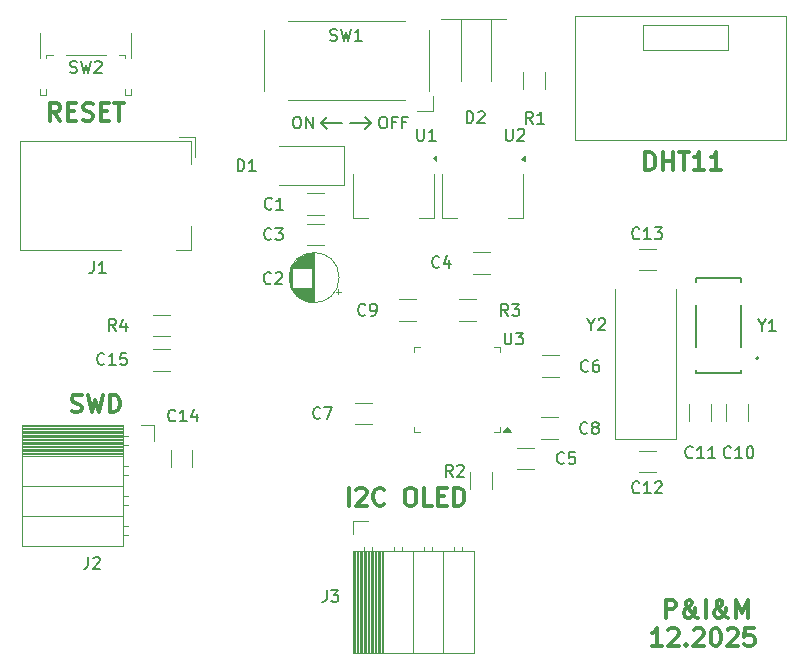
<source format=gbr>
%TF.GenerationSoftware,KiCad,Pcbnew,9.0.6*%
%TF.CreationDate,2026-01-14T13:32:50+01:00*%
%TF.ProjectId,DHT11 weather station,44485431-3120-4776-9561-746865722073,rev?*%
%TF.SameCoordinates,Original*%
%TF.FileFunction,Legend,Top*%
%TF.FilePolarity,Positive*%
%FSLAX46Y46*%
G04 Gerber Fmt 4.6, Leading zero omitted, Abs format (unit mm)*
G04 Created by KiCad (PCBNEW 9.0.6) date 2026-01-14 13:32:50*
%MOMM*%
%LPD*%
G01*
G04 APERTURE LIST*
%ADD10C,0.200000*%
%ADD11C,0.100000*%
%ADD12C,0.300000*%
%ADD13C,0.150000*%
%ADD14C,0.120000*%
%ADD15C,0.127000*%
G04 APERTURE END LIST*
D10*
X56200000Y-49900000D02*
X56700000Y-50400000D01*
D11*
X56200000Y-49900000D02*
X56700000Y-49400000D01*
D10*
X58000000Y-49900000D02*
X56200000Y-49900000D01*
X59950000Y-49400000D02*
X60450000Y-49900000D01*
X58650000Y-49900000D02*
X60450000Y-49900000D01*
X56700000Y-49400000D02*
X56200000Y-49900000D01*
X60450000Y-49900000D02*
X59950000Y-50400000D01*
X61360149Y-49367219D02*
X61550625Y-49367219D01*
X61550625Y-49367219D02*
X61645863Y-49414838D01*
X61645863Y-49414838D02*
X61741101Y-49510076D01*
X61741101Y-49510076D02*
X61788720Y-49700552D01*
X61788720Y-49700552D02*
X61788720Y-50033885D01*
X61788720Y-50033885D02*
X61741101Y-50224361D01*
X61741101Y-50224361D02*
X61645863Y-50319600D01*
X61645863Y-50319600D02*
X61550625Y-50367219D01*
X61550625Y-50367219D02*
X61360149Y-50367219D01*
X61360149Y-50367219D02*
X61264911Y-50319600D01*
X61264911Y-50319600D02*
X61169673Y-50224361D01*
X61169673Y-50224361D02*
X61122054Y-50033885D01*
X61122054Y-50033885D02*
X61122054Y-49700552D01*
X61122054Y-49700552D02*
X61169673Y-49510076D01*
X61169673Y-49510076D02*
X61264911Y-49414838D01*
X61264911Y-49414838D02*
X61360149Y-49367219D01*
X62550625Y-49843409D02*
X62217292Y-49843409D01*
X62217292Y-50367219D02*
X62217292Y-49367219D01*
X62217292Y-49367219D02*
X62693482Y-49367219D01*
X63407768Y-49843409D02*
X63074435Y-49843409D01*
X63074435Y-50367219D02*
X63074435Y-49367219D01*
X63074435Y-49367219D02*
X63550625Y-49367219D01*
D12*
X58554510Y-82300828D02*
X58554510Y-80800828D01*
X59197368Y-80943685D02*
X59268796Y-80872257D01*
X59268796Y-80872257D02*
X59411654Y-80800828D01*
X59411654Y-80800828D02*
X59768796Y-80800828D01*
X59768796Y-80800828D02*
X59911654Y-80872257D01*
X59911654Y-80872257D02*
X59983082Y-80943685D01*
X59983082Y-80943685D02*
X60054511Y-81086542D01*
X60054511Y-81086542D02*
X60054511Y-81229400D01*
X60054511Y-81229400D02*
X59983082Y-81443685D01*
X59983082Y-81443685D02*
X59125939Y-82300828D01*
X59125939Y-82300828D02*
X60054511Y-82300828D01*
X61554510Y-82157971D02*
X61483082Y-82229400D01*
X61483082Y-82229400D02*
X61268796Y-82300828D01*
X61268796Y-82300828D02*
X61125939Y-82300828D01*
X61125939Y-82300828D02*
X60911653Y-82229400D01*
X60911653Y-82229400D02*
X60768796Y-82086542D01*
X60768796Y-82086542D02*
X60697367Y-81943685D01*
X60697367Y-81943685D02*
X60625939Y-81657971D01*
X60625939Y-81657971D02*
X60625939Y-81443685D01*
X60625939Y-81443685D02*
X60697367Y-81157971D01*
X60697367Y-81157971D02*
X60768796Y-81015114D01*
X60768796Y-81015114D02*
X60911653Y-80872257D01*
X60911653Y-80872257D02*
X61125939Y-80800828D01*
X61125939Y-80800828D02*
X61268796Y-80800828D01*
X61268796Y-80800828D02*
X61483082Y-80872257D01*
X61483082Y-80872257D02*
X61554510Y-80943685D01*
X63625939Y-80800828D02*
X63911653Y-80800828D01*
X63911653Y-80800828D02*
X64054510Y-80872257D01*
X64054510Y-80872257D02*
X64197367Y-81015114D01*
X64197367Y-81015114D02*
X64268796Y-81300828D01*
X64268796Y-81300828D02*
X64268796Y-81800828D01*
X64268796Y-81800828D02*
X64197367Y-82086542D01*
X64197367Y-82086542D02*
X64054510Y-82229400D01*
X64054510Y-82229400D02*
X63911653Y-82300828D01*
X63911653Y-82300828D02*
X63625939Y-82300828D01*
X63625939Y-82300828D02*
X63483082Y-82229400D01*
X63483082Y-82229400D02*
X63340224Y-82086542D01*
X63340224Y-82086542D02*
X63268796Y-81800828D01*
X63268796Y-81800828D02*
X63268796Y-81300828D01*
X63268796Y-81300828D02*
X63340224Y-81015114D01*
X63340224Y-81015114D02*
X63483082Y-80872257D01*
X63483082Y-80872257D02*
X63625939Y-80800828D01*
X65625939Y-82300828D02*
X64911653Y-82300828D01*
X64911653Y-82300828D02*
X64911653Y-80800828D01*
X66125939Y-81515114D02*
X66625939Y-81515114D01*
X66840225Y-82300828D02*
X66125939Y-82300828D01*
X66125939Y-82300828D02*
X66125939Y-80800828D01*
X66125939Y-80800828D02*
X66840225Y-80800828D01*
X67483082Y-82300828D02*
X67483082Y-80800828D01*
X67483082Y-80800828D02*
X67840225Y-80800828D01*
X67840225Y-80800828D02*
X68054511Y-80872257D01*
X68054511Y-80872257D02*
X68197368Y-81015114D01*
X68197368Y-81015114D02*
X68268797Y-81157971D01*
X68268797Y-81157971D02*
X68340225Y-81443685D01*
X68340225Y-81443685D02*
X68340225Y-81657971D01*
X68340225Y-81657971D02*
X68268797Y-81943685D01*
X68268797Y-81943685D02*
X68197368Y-82086542D01*
X68197368Y-82086542D02*
X68054511Y-82229400D01*
X68054511Y-82229400D02*
X67840225Y-82300828D01*
X67840225Y-82300828D02*
X67483082Y-82300828D01*
X34111653Y-49700828D02*
X33611653Y-48986542D01*
X33254510Y-49700828D02*
X33254510Y-48200828D01*
X33254510Y-48200828D02*
X33825939Y-48200828D01*
X33825939Y-48200828D02*
X33968796Y-48272257D01*
X33968796Y-48272257D02*
X34040225Y-48343685D01*
X34040225Y-48343685D02*
X34111653Y-48486542D01*
X34111653Y-48486542D02*
X34111653Y-48700828D01*
X34111653Y-48700828D02*
X34040225Y-48843685D01*
X34040225Y-48843685D02*
X33968796Y-48915114D01*
X33968796Y-48915114D02*
X33825939Y-48986542D01*
X33825939Y-48986542D02*
X33254510Y-48986542D01*
X34754510Y-48915114D02*
X35254510Y-48915114D01*
X35468796Y-49700828D02*
X34754510Y-49700828D01*
X34754510Y-49700828D02*
X34754510Y-48200828D01*
X34754510Y-48200828D02*
X35468796Y-48200828D01*
X36040225Y-49629400D02*
X36254511Y-49700828D01*
X36254511Y-49700828D02*
X36611653Y-49700828D01*
X36611653Y-49700828D02*
X36754511Y-49629400D01*
X36754511Y-49629400D02*
X36825939Y-49557971D01*
X36825939Y-49557971D02*
X36897368Y-49415114D01*
X36897368Y-49415114D02*
X36897368Y-49272257D01*
X36897368Y-49272257D02*
X36825939Y-49129400D01*
X36825939Y-49129400D02*
X36754511Y-49057971D01*
X36754511Y-49057971D02*
X36611653Y-48986542D01*
X36611653Y-48986542D02*
X36325939Y-48915114D01*
X36325939Y-48915114D02*
X36183082Y-48843685D01*
X36183082Y-48843685D02*
X36111653Y-48772257D01*
X36111653Y-48772257D02*
X36040225Y-48629400D01*
X36040225Y-48629400D02*
X36040225Y-48486542D01*
X36040225Y-48486542D02*
X36111653Y-48343685D01*
X36111653Y-48343685D02*
X36183082Y-48272257D01*
X36183082Y-48272257D02*
X36325939Y-48200828D01*
X36325939Y-48200828D02*
X36683082Y-48200828D01*
X36683082Y-48200828D02*
X36897368Y-48272257D01*
X37540224Y-48915114D02*
X38040224Y-48915114D01*
X38254510Y-49700828D02*
X37540224Y-49700828D01*
X37540224Y-49700828D02*
X37540224Y-48200828D01*
X37540224Y-48200828D02*
X38254510Y-48200828D01*
X38683082Y-48200828D02*
X39540225Y-48200828D01*
X39111653Y-49700828D02*
X39111653Y-48200828D01*
X35083082Y-74329400D02*
X35297368Y-74400828D01*
X35297368Y-74400828D02*
X35654510Y-74400828D01*
X35654510Y-74400828D02*
X35797368Y-74329400D01*
X35797368Y-74329400D02*
X35868796Y-74257971D01*
X35868796Y-74257971D02*
X35940225Y-74115114D01*
X35940225Y-74115114D02*
X35940225Y-73972257D01*
X35940225Y-73972257D02*
X35868796Y-73829400D01*
X35868796Y-73829400D02*
X35797368Y-73757971D01*
X35797368Y-73757971D02*
X35654510Y-73686542D01*
X35654510Y-73686542D02*
X35368796Y-73615114D01*
X35368796Y-73615114D02*
X35225939Y-73543685D01*
X35225939Y-73543685D02*
X35154510Y-73472257D01*
X35154510Y-73472257D02*
X35083082Y-73329400D01*
X35083082Y-73329400D02*
X35083082Y-73186542D01*
X35083082Y-73186542D02*
X35154510Y-73043685D01*
X35154510Y-73043685D02*
X35225939Y-72972257D01*
X35225939Y-72972257D02*
X35368796Y-72900828D01*
X35368796Y-72900828D02*
X35725939Y-72900828D01*
X35725939Y-72900828D02*
X35940225Y-72972257D01*
X36440224Y-72900828D02*
X36797367Y-74400828D01*
X36797367Y-74400828D02*
X37083081Y-73329400D01*
X37083081Y-73329400D02*
X37368796Y-74400828D01*
X37368796Y-74400828D02*
X37725939Y-72900828D01*
X38297367Y-74400828D02*
X38297367Y-72900828D01*
X38297367Y-72900828D02*
X38654510Y-72900828D01*
X38654510Y-72900828D02*
X38868796Y-72972257D01*
X38868796Y-72972257D02*
X39011653Y-73115114D01*
X39011653Y-73115114D02*
X39083082Y-73257971D01*
X39083082Y-73257971D02*
X39154510Y-73543685D01*
X39154510Y-73543685D02*
X39154510Y-73757971D01*
X39154510Y-73757971D02*
X39083082Y-74043685D01*
X39083082Y-74043685D02*
X39011653Y-74186542D01*
X39011653Y-74186542D02*
X38868796Y-74329400D01*
X38868796Y-74329400D02*
X38654510Y-74400828D01*
X38654510Y-74400828D02*
X38297367Y-74400828D01*
X85397367Y-91785912D02*
X85397367Y-90285912D01*
X85397367Y-90285912D02*
X85968796Y-90285912D01*
X85968796Y-90285912D02*
X86111653Y-90357341D01*
X86111653Y-90357341D02*
X86183082Y-90428769D01*
X86183082Y-90428769D02*
X86254510Y-90571626D01*
X86254510Y-90571626D02*
X86254510Y-90785912D01*
X86254510Y-90785912D02*
X86183082Y-90928769D01*
X86183082Y-90928769D02*
X86111653Y-91000198D01*
X86111653Y-91000198D02*
X85968796Y-91071626D01*
X85968796Y-91071626D02*
X85397367Y-91071626D01*
X88111653Y-91785912D02*
X88040225Y-91785912D01*
X88040225Y-91785912D02*
X87897367Y-91714484D01*
X87897367Y-91714484D02*
X87683082Y-91500198D01*
X87683082Y-91500198D02*
X87325939Y-91071626D01*
X87325939Y-91071626D02*
X87183082Y-90857341D01*
X87183082Y-90857341D02*
X87111653Y-90643055D01*
X87111653Y-90643055D02*
X87111653Y-90500198D01*
X87111653Y-90500198D02*
X87183082Y-90357341D01*
X87183082Y-90357341D02*
X87325939Y-90285912D01*
X87325939Y-90285912D02*
X87397367Y-90285912D01*
X87397367Y-90285912D02*
X87540225Y-90357341D01*
X87540225Y-90357341D02*
X87611653Y-90500198D01*
X87611653Y-90500198D02*
X87611653Y-90571626D01*
X87611653Y-90571626D02*
X87540225Y-90714484D01*
X87540225Y-90714484D02*
X87468796Y-90785912D01*
X87468796Y-90785912D02*
X87040225Y-91071626D01*
X87040225Y-91071626D02*
X86968796Y-91143055D01*
X86968796Y-91143055D02*
X86897367Y-91285912D01*
X86897367Y-91285912D02*
X86897367Y-91500198D01*
X86897367Y-91500198D02*
X86968796Y-91643055D01*
X86968796Y-91643055D02*
X87040225Y-91714484D01*
X87040225Y-91714484D02*
X87183082Y-91785912D01*
X87183082Y-91785912D02*
X87397367Y-91785912D01*
X87397367Y-91785912D02*
X87540225Y-91714484D01*
X87540225Y-91714484D02*
X87611653Y-91643055D01*
X87611653Y-91643055D02*
X87825939Y-91357341D01*
X87825939Y-91357341D02*
X87897367Y-91143055D01*
X87897367Y-91143055D02*
X87897367Y-91000198D01*
X88754510Y-91785912D02*
X88754510Y-90285912D01*
X90683082Y-91785912D02*
X90611654Y-91785912D01*
X90611654Y-91785912D02*
X90468796Y-91714484D01*
X90468796Y-91714484D02*
X90254511Y-91500198D01*
X90254511Y-91500198D02*
X89897368Y-91071626D01*
X89897368Y-91071626D02*
X89754511Y-90857341D01*
X89754511Y-90857341D02*
X89683082Y-90643055D01*
X89683082Y-90643055D02*
X89683082Y-90500198D01*
X89683082Y-90500198D02*
X89754511Y-90357341D01*
X89754511Y-90357341D02*
X89897368Y-90285912D01*
X89897368Y-90285912D02*
X89968796Y-90285912D01*
X89968796Y-90285912D02*
X90111654Y-90357341D01*
X90111654Y-90357341D02*
X90183082Y-90500198D01*
X90183082Y-90500198D02*
X90183082Y-90571626D01*
X90183082Y-90571626D02*
X90111654Y-90714484D01*
X90111654Y-90714484D02*
X90040225Y-90785912D01*
X90040225Y-90785912D02*
X89611654Y-91071626D01*
X89611654Y-91071626D02*
X89540225Y-91143055D01*
X89540225Y-91143055D02*
X89468796Y-91285912D01*
X89468796Y-91285912D02*
X89468796Y-91500198D01*
X89468796Y-91500198D02*
X89540225Y-91643055D01*
X89540225Y-91643055D02*
X89611654Y-91714484D01*
X89611654Y-91714484D02*
X89754511Y-91785912D01*
X89754511Y-91785912D02*
X89968796Y-91785912D01*
X89968796Y-91785912D02*
X90111654Y-91714484D01*
X90111654Y-91714484D02*
X90183082Y-91643055D01*
X90183082Y-91643055D02*
X90397368Y-91357341D01*
X90397368Y-91357341D02*
X90468796Y-91143055D01*
X90468796Y-91143055D02*
X90468796Y-91000198D01*
X91325939Y-91785912D02*
X91325939Y-90285912D01*
X91325939Y-90285912D02*
X91825939Y-91357341D01*
X91825939Y-91357341D02*
X92325939Y-90285912D01*
X92325939Y-90285912D02*
X92325939Y-91785912D01*
X85040225Y-94200828D02*
X84183082Y-94200828D01*
X84611653Y-94200828D02*
X84611653Y-92700828D01*
X84611653Y-92700828D02*
X84468796Y-92915114D01*
X84468796Y-92915114D02*
X84325939Y-93057971D01*
X84325939Y-93057971D02*
X84183082Y-93129400D01*
X85611653Y-92843685D02*
X85683081Y-92772257D01*
X85683081Y-92772257D02*
X85825939Y-92700828D01*
X85825939Y-92700828D02*
X86183081Y-92700828D01*
X86183081Y-92700828D02*
X86325939Y-92772257D01*
X86325939Y-92772257D02*
X86397367Y-92843685D01*
X86397367Y-92843685D02*
X86468796Y-92986542D01*
X86468796Y-92986542D02*
X86468796Y-93129400D01*
X86468796Y-93129400D02*
X86397367Y-93343685D01*
X86397367Y-93343685D02*
X85540224Y-94200828D01*
X85540224Y-94200828D02*
X86468796Y-94200828D01*
X87111652Y-94057971D02*
X87183081Y-94129400D01*
X87183081Y-94129400D02*
X87111652Y-94200828D01*
X87111652Y-94200828D02*
X87040224Y-94129400D01*
X87040224Y-94129400D02*
X87111652Y-94057971D01*
X87111652Y-94057971D02*
X87111652Y-94200828D01*
X87754510Y-92843685D02*
X87825938Y-92772257D01*
X87825938Y-92772257D02*
X87968796Y-92700828D01*
X87968796Y-92700828D02*
X88325938Y-92700828D01*
X88325938Y-92700828D02*
X88468796Y-92772257D01*
X88468796Y-92772257D02*
X88540224Y-92843685D01*
X88540224Y-92843685D02*
X88611653Y-92986542D01*
X88611653Y-92986542D02*
X88611653Y-93129400D01*
X88611653Y-93129400D02*
X88540224Y-93343685D01*
X88540224Y-93343685D02*
X87683081Y-94200828D01*
X87683081Y-94200828D02*
X88611653Y-94200828D01*
X89540224Y-92700828D02*
X89683081Y-92700828D01*
X89683081Y-92700828D02*
X89825938Y-92772257D01*
X89825938Y-92772257D02*
X89897367Y-92843685D01*
X89897367Y-92843685D02*
X89968795Y-92986542D01*
X89968795Y-92986542D02*
X90040224Y-93272257D01*
X90040224Y-93272257D02*
X90040224Y-93629400D01*
X90040224Y-93629400D02*
X89968795Y-93915114D01*
X89968795Y-93915114D02*
X89897367Y-94057971D01*
X89897367Y-94057971D02*
X89825938Y-94129400D01*
X89825938Y-94129400D02*
X89683081Y-94200828D01*
X89683081Y-94200828D02*
X89540224Y-94200828D01*
X89540224Y-94200828D02*
X89397367Y-94129400D01*
X89397367Y-94129400D02*
X89325938Y-94057971D01*
X89325938Y-94057971D02*
X89254509Y-93915114D01*
X89254509Y-93915114D02*
X89183081Y-93629400D01*
X89183081Y-93629400D02*
X89183081Y-93272257D01*
X89183081Y-93272257D02*
X89254509Y-92986542D01*
X89254509Y-92986542D02*
X89325938Y-92843685D01*
X89325938Y-92843685D02*
X89397367Y-92772257D01*
X89397367Y-92772257D02*
X89540224Y-92700828D01*
X90611652Y-92843685D02*
X90683080Y-92772257D01*
X90683080Y-92772257D02*
X90825938Y-92700828D01*
X90825938Y-92700828D02*
X91183080Y-92700828D01*
X91183080Y-92700828D02*
X91325938Y-92772257D01*
X91325938Y-92772257D02*
X91397366Y-92843685D01*
X91397366Y-92843685D02*
X91468795Y-92986542D01*
X91468795Y-92986542D02*
X91468795Y-93129400D01*
X91468795Y-93129400D02*
X91397366Y-93343685D01*
X91397366Y-93343685D02*
X90540223Y-94200828D01*
X90540223Y-94200828D02*
X91468795Y-94200828D01*
X92825937Y-92700828D02*
X92111651Y-92700828D01*
X92111651Y-92700828D02*
X92040223Y-93415114D01*
X92040223Y-93415114D02*
X92111651Y-93343685D01*
X92111651Y-93343685D02*
X92254509Y-93272257D01*
X92254509Y-93272257D02*
X92611651Y-93272257D01*
X92611651Y-93272257D02*
X92754509Y-93343685D01*
X92754509Y-93343685D02*
X92825937Y-93415114D01*
X92825937Y-93415114D02*
X92897366Y-93557971D01*
X92897366Y-93557971D02*
X92897366Y-93915114D01*
X92897366Y-93915114D02*
X92825937Y-94057971D01*
X92825937Y-94057971D02*
X92754509Y-94129400D01*
X92754509Y-94129400D02*
X92611651Y-94200828D01*
X92611651Y-94200828D02*
X92254509Y-94200828D01*
X92254509Y-94200828D02*
X92111651Y-94129400D01*
X92111651Y-94129400D02*
X92040223Y-94057971D01*
D10*
X54060149Y-49367219D02*
X54250625Y-49367219D01*
X54250625Y-49367219D02*
X54345863Y-49414838D01*
X54345863Y-49414838D02*
X54441101Y-49510076D01*
X54441101Y-49510076D02*
X54488720Y-49700552D01*
X54488720Y-49700552D02*
X54488720Y-50033885D01*
X54488720Y-50033885D02*
X54441101Y-50224361D01*
X54441101Y-50224361D02*
X54345863Y-50319600D01*
X54345863Y-50319600D02*
X54250625Y-50367219D01*
X54250625Y-50367219D02*
X54060149Y-50367219D01*
X54060149Y-50367219D02*
X53964911Y-50319600D01*
X53964911Y-50319600D02*
X53869673Y-50224361D01*
X53869673Y-50224361D02*
X53822054Y-50033885D01*
X53822054Y-50033885D02*
X53822054Y-49700552D01*
X53822054Y-49700552D02*
X53869673Y-49510076D01*
X53869673Y-49510076D02*
X53964911Y-49414838D01*
X53964911Y-49414838D02*
X54060149Y-49367219D01*
X54917292Y-50367219D02*
X54917292Y-49367219D01*
X54917292Y-49367219D02*
X55488720Y-50367219D01*
X55488720Y-50367219D02*
X55488720Y-49367219D01*
D13*
X71738095Y-67654819D02*
X71738095Y-68464342D01*
X71738095Y-68464342D02*
X71785714Y-68559580D01*
X71785714Y-68559580D02*
X71833333Y-68607200D01*
X71833333Y-68607200D02*
X71928571Y-68654819D01*
X71928571Y-68654819D02*
X72119047Y-68654819D01*
X72119047Y-68654819D02*
X72214285Y-68607200D01*
X72214285Y-68607200D02*
X72261904Y-68559580D01*
X72261904Y-68559580D02*
X72309523Y-68464342D01*
X72309523Y-68464342D02*
X72309523Y-67654819D01*
X72690476Y-67654819D02*
X73309523Y-67654819D01*
X73309523Y-67654819D02*
X72976190Y-68035771D01*
X72976190Y-68035771D02*
X73119047Y-68035771D01*
X73119047Y-68035771D02*
X73214285Y-68083390D01*
X73214285Y-68083390D02*
X73261904Y-68131009D01*
X73261904Y-68131009D02*
X73309523Y-68226247D01*
X73309523Y-68226247D02*
X73309523Y-68464342D01*
X73309523Y-68464342D02*
X73261904Y-68559580D01*
X73261904Y-68559580D02*
X73214285Y-68607200D01*
X73214285Y-68607200D02*
X73119047Y-68654819D01*
X73119047Y-68654819D02*
X72833333Y-68654819D01*
X72833333Y-68654819D02*
X72738095Y-68607200D01*
X72738095Y-68607200D02*
X72690476Y-68559580D01*
X36466666Y-86654819D02*
X36466666Y-87369104D01*
X36466666Y-87369104D02*
X36419047Y-87511961D01*
X36419047Y-87511961D02*
X36323809Y-87607200D01*
X36323809Y-87607200D02*
X36180952Y-87654819D01*
X36180952Y-87654819D02*
X36085714Y-87654819D01*
X36895238Y-86750057D02*
X36942857Y-86702438D01*
X36942857Y-86702438D02*
X37038095Y-86654819D01*
X37038095Y-86654819D02*
X37276190Y-86654819D01*
X37276190Y-86654819D02*
X37371428Y-86702438D01*
X37371428Y-86702438D02*
X37419047Y-86750057D01*
X37419047Y-86750057D02*
X37466666Y-86845295D01*
X37466666Y-86845295D02*
X37466666Y-86940533D01*
X37466666Y-86940533D02*
X37419047Y-87083390D01*
X37419047Y-87083390D02*
X36847619Y-87654819D01*
X36847619Y-87654819D02*
X37466666Y-87654819D01*
X66208333Y-62079580D02*
X66160714Y-62127200D01*
X66160714Y-62127200D02*
X66017857Y-62174819D01*
X66017857Y-62174819D02*
X65922619Y-62174819D01*
X65922619Y-62174819D02*
X65779762Y-62127200D01*
X65779762Y-62127200D02*
X65684524Y-62031961D01*
X65684524Y-62031961D02*
X65636905Y-61936723D01*
X65636905Y-61936723D02*
X65589286Y-61746247D01*
X65589286Y-61746247D02*
X65589286Y-61603390D01*
X65589286Y-61603390D02*
X65636905Y-61412914D01*
X65636905Y-61412914D02*
X65684524Y-61317676D01*
X65684524Y-61317676D02*
X65779762Y-61222438D01*
X65779762Y-61222438D02*
X65922619Y-61174819D01*
X65922619Y-61174819D02*
X66017857Y-61174819D01*
X66017857Y-61174819D02*
X66160714Y-61222438D01*
X66160714Y-61222438D02*
X66208333Y-61270057D01*
X67065476Y-61508152D02*
X67065476Y-62174819D01*
X66827381Y-61127200D02*
X66589286Y-61841485D01*
X66589286Y-61841485D02*
X67208333Y-61841485D01*
X90897142Y-78199580D02*
X90849523Y-78247200D01*
X90849523Y-78247200D02*
X90706666Y-78294819D01*
X90706666Y-78294819D02*
X90611428Y-78294819D01*
X90611428Y-78294819D02*
X90468571Y-78247200D01*
X90468571Y-78247200D02*
X90373333Y-78151961D01*
X90373333Y-78151961D02*
X90325714Y-78056723D01*
X90325714Y-78056723D02*
X90278095Y-77866247D01*
X90278095Y-77866247D02*
X90278095Y-77723390D01*
X90278095Y-77723390D02*
X90325714Y-77532914D01*
X90325714Y-77532914D02*
X90373333Y-77437676D01*
X90373333Y-77437676D02*
X90468571Y-77342438D01*
X90468571Y-77342438D02*
X90611428Y-77294819D01*
X90611428Y-77294819D02*
X90706666Y-77294819D01*
X90706666Y-77294819D02*
X90849523Y-77342438D01*
X90849523Y-77342438D02*
X90897142Y-77390057D01*
X91849523Y-78294819D02*
X91278095Y-78294819D01*
X91563809Y-78294819D02*
X91563809Y-77294819D01*
X91563809Y-77294819D02*
X91468571Y-77437676D01*
X91468571Y-77437676D02*
X91373333Y-77532914D01*
X91373333Y-77532914D02*
X91278095Y-77580533D01*
X92468571Y-77294819D02*
X92563809Y-77294819D01*
X92563809Y-77294819D02*
X92659047Y-77342438D01*
X92659047Y-77342438D02*
X92706666Y-77390057D01*
X92706666Y-77390057D02*
X92754285Y-77485295D01*
X92754285Y-77485295D02*
X92801904Y-77675771D01*
X92801904Y-77675771D02*
X92801904Y-77913866D01*
X92801904Y-77913866D02*
X92754285Y-78104342D01*
X92754285Y-78104342D02*
X92706666Y-78199580D01*
X92706666Y-78199580D02*
X92659047Y-78247200D01*
X92659047Y-78247200D02*
X92563809Y-78294819D01*
X92563809Y-78294819D02*
X92468571Y-78294819D01*
X92468571Y-78294819D02*
X92373333Y-78247200D01*
X92373333Y-78247200D02*
X92325714Y-78199580D01*
X92325714Y-78199580D02*
X92278095Y-78104342D01*
X92278095Y-78104342D02*
X92230476Y-77913866D01*
X92230476Y-77913866D02*
X92230476Y-77675771D01*
X92230476Y-77675771D02*
X92278095Y-77485295D01*
X92278095Y-77485295D02*
X92325714Y-77390057D01*
X92325714Y-77390057D02*
X92373333Y-77342438D01*
X92373333Y-77342438D02*
X92468571Y-77294819D01*
X64338095Y-50404819D02*
X64338095Y-51214342D01*
X64338095Y-51214342D02*
X64385714Y-51309580D01*
X64385714Y-51309580D02*
X64433333Y-51357200D01*
X64433333Y-51357200D02*
X64528571Y-51404819D01*
X64528571Y-51404819D02*
X64719047Y-51404819D01*
X64719047Y-51404819D02*
X64814285Y-51357200D01*
X64814285Y-51357200D02*
X64861904Y-51309580D01*
X64861904Y-51309580D02*
X64909523Y-51214342D01*
X64909523Y-51214342D02*
X64909523Y-50404819D01*
X65909523Y-51404819D02*
X65338095Y-51404819D01*
X65623809Y-51404819D02*
X65623809Y-50404819D01*
X65623809Y-50404819D02*
X65528571Y-50547676D01*
X65528571Y-50547676D02*
X65433333Y-50642914D01*
X65433333Y-50642914D02*
X65338095Y-50690533D01*
X71838095Y-50404819D02*
X71838095Y-51214342D01*
X71838095Y-51214342D02*
X71885714Y-51309580D01*
X71885714Y-51309580D02*
X71933333Y-51357200D01*
X71933333Y-51357200D02*
X72028571Y-51404819D01*
X72028571Y-51404819D02*
X72219047Y-51404819D01*
X72219047Y-51404819D02*
X72314285Y-51357200D01*
X72314285Y-51357200D02*
X72361904Y-51309580D01*
X72361904Y-51309580D02*
X72409523Y-51214342D01*
X72409523Y-51214342D02*
X72409523Y-50404819D01*
X72838095Y-50500057D02*
X72885714Y-50452438D01*
X72885714Y-50452438D02*
X72980952Y-50404819D01*
X72980952Y-50404819D02*
X73219047Y-50404819D01*
X73219047Y-50404819D02*
X73314285Y-50452438D01*
X73314285Y-50452438D02*
X73361904Y-50500057D01*
X73361904Y-50500057D02*
X73409523Y-50595295D01*
X73409523Y-50595295D02*
X73409523Y-50690533D01*
X73409523Y-50690533D02*
X73361904Y-50833390D01*
X73361904Y-50833390D02*
X72790476Y-51404819D01*
X72790476Y-51404819D02*
X73409523Y-51404819D01*
X56666666Y-89454819D02*
X56666666Y-90169104D01*
X56666666Y-90169104D02*
X56619047Y-90311961D01*
X56619047Y-90311961D02*
X56523809Y-90407200D01*
X56523809Y-90407200D02*
X56380952Y-90454819D01*
X56380952Y-90454819D02*
X56285714Y-90454819D01*
X57047619Y-89454819D02*
X57666666Y-89454819D01*
X57666666Y-89454819D02*
X57333333Y-89835771D01*
X57333333Y-89835771D02*
X57476190Y-89835771D01*
X57476190Y-89835771D02*
X57571428Y-89883390D01*
X57571428Y-89883390D02*
X57619047Y-89931009D01*
X57619047Y-89931009D02*
X57666666Y-90026247D01*
X57666666Y-90026247D02*
X57666666Y-90264342D01*
X57666666Y-90264342D02*
X57619047Y-90359580D01*
X57619047Y-90359580D02*
X57571428Y-90407200D01*
X57571428Y-90407200D02*
X57476190Y-90454819D01*
X57476190Y-90454819D02*
X57190476Y-90454819D01*
X57190476Y-90454819D02*
X57095238Y-90407200D01*
X57095238Y-90407200D02*
X57047619Y-90359580D01*
X37857142Y-70289580D02*
X37809523Y-70337200D01*
X37809523Y-70337200D02*
X37666666Y-70384819D01*
X37666666Y-70384819D02*
X37571428Y-70384819D01*
X37571428Y-70384819D02*
X37428571Y-70337200D01*
X37428571Y-70337200D02*
X37333333Y-70241961D01*
X37333333Y-70241961D02*
X37285714Y-70146723D01*
X37285714Y-70146723D02*
X37238095Y-69956247D01*
X37238095Y-69956247D02*
X37238095Y-69813390D01*
X37238095Y-69813390D02*
X37285714Y-69622914D01*
X37285714Y-69622914D02*
X37333333Y-69527676D01*
X37333333Y-69527676D02*
X37428571Y-69432438D01*
X37428571Y-69432438D02*
X37571428Y-69384819D01*
X37571428Y-69384819D02*
X37666666Y-69384819D01*
X37666666Y-69384819D02*
X37809523Y-69432438D01*
X37809523Y-69432438D02*
X37857142Y-69480057D01*
X38809523Y-70384819D02*
X38238095Y-70384819D01*
X38523809Y-70384819D02*
X38523809Y-69384819D01*
X38523809Y-69384819D02*
X38428571Y-69527676D01*
X38428571Y-69527676D02*
X38333333Y-69622914D01*
X38333333Y-69622914D02*
X38238095Y-69670533D01*
X39714285Y-69384819D02*
X39238095Y-69384819D01*
X39238095Y-69384819D02*
X39190476Y-69861009D01*
X39190476Y-69861009D02*
X39238095Y-69813390D01*
X39238095Y-69813390D02*
X39333333Y-69765771D01*
X39333333Y-69765771D02*
X39571428Y-69765771D01*
X39571428Y-69765771D02*
X39666666Y-69813390D01*
X39666666Y-69813390D02*
X39714285Y-69861009D01*
X39714285Y-69861009D02*
X39761904Y-69956247D01*
X39761904Y-69956247D02*
X39761904Y-70194342D01*
X39761904Y-70194342D02*
X39714285Y-70289580D01*
X39714285Y-70289580D02*
X39666666Y-70337200D01*
X39666666Y-70337200D02*
X39571428Y-70384819D01*
X39571428Y-70384819D02*
X39333333Y-70384819D01*
X39333333Y-70384819D02*
X39238095Y-70337200D01*
X39238095Y-70337200D02*
X39190476Y-70289580D01*
X74133333Y-49954819D02*
X73800000Y-49478628D01*
X73561905Y-49954819D02*
X73561905Y-48954819D01*
X73561905Y-48954819D02*
X73942857Y-48954819D01*
X73942857Y-48954819D02*
X74038095Y-49002438D01*
X74038095Y-49002438D02*
X74085714Y-49050057D01*
X74085714Y-49050057D02*
X74133333Y-49145295D01*
X74133333Y-49145295D02*
X74133333Y-49288152D01*
X74133333Y-49288152D02*
X74085714Y-49383390D01*
X74085714Y-49383390D02*
X74038095Y-49431009D01*
X74038095Y-49431009D02*
X73942857Y-49478628D01*
X73942857Y-49478628D02*
X73561905Y-49478628D01*
X75085714Y-49954819D02*
X74514286Y-49954819D01*
X74800000Y-49954819D02*
X74800000Y-48954819D01*
X74800000Y-48954819D02*
X74704762Y-49097676D01*
X74704762Y-49097676D02*
X74609524Y-49192914D01*
X74609524Y-49192914D02*
X74514286Y-49240533D01*
D12*
X83654510Y-53900828D02*
X83654510Y-52400828D01*
X83654510Y-52400828D02*
X84011653Y-52400828D01*
X84011653Y-52400828D02*
X84225939Y-52472257D01*
X84225939Y-52472257D02*
X84368796Y-52615114D01*
X84368796Y-52615114D02*
X84440225Y-52757971D01*
X84440225Y-52757971D02*
X84511653Y-53043685D01*
X84511653Y-53043685D02*
X84511653Y-53257971D01*
X84511653Y-53257971D02*
X84440225Y-53543685D01*
X84440225Y-53543685D02*
X84368796Y-53686542D01*
X84368796Y-53686542D02*
X84225939Y-53829400D01*
X84225939Y-53829400D02*
X84011653Y-53900828D01*
X84011653Y-53900828D02*
X83654510Y-53900828D01*
X85154510Y-53900828D02*
X85154510Y-52400828D01*
X85154510Y-53115114D02*
X86011653Y-53115114D01*
X86011653Y-53900828D02*
X86011653Y-52400828D01*
X86511654Y-52400828D02*
X87368797Y-52400828D01*
X86940225Y-53900828D02*
X86940225Y-52400828D01*
X88654511Y-53900828D02*
X87797368Y-53900828D01*
X88225939Y-53900828D02*
X88225939Y-52400828D01*
X88225939Y-52400828D02*
X88083082Y-52615114D01*
X88083082Y-52615114D02*
X87940225Y-52757971D01*
X87940225Y-52757971D02*
X87797368Y-52829400D01*
X90083082Y-53900828D02*
X89225939Y-53900828D01*
X89654510Y-53900828D02*
X89654510Y-52400828D01*
X89654510Y-52400828D02*
X89511653Y-52615114D01*
X89511653Y-52615114D02*
X89368796Y-52757971D01*
X89368796Y-52757971D02*
X89225939Y-52829400D01*
D13*
X51963333Y-63459580D02*
X51915714Y-63507200D01*
X51915714Y-63507200D02*
X51772857Y-63554819D01*
X51772857Y-63554819D02*
X51677619Y-63554819D01*
X51677619Y-63554819D02*
X51534762Y-63507200D01*
X51534762Y-63507200D02*
X51439524Y-63411961D01*
X51439524Y-63411961D02*
X51391905Y-63316723D01*
X51391905Y-63316723D02*
X51344286Y-63126247D01*
X51344286Y-63126247D02*
X51344286Y-62983390D01*
X51344286Y-62983390D02*
X51391905Y-62792914D01*
X51391905Y-62792914D02*
X51439524Y-62697676D01*
X51439524Y-62697676D02*
X51534762Y-62602438D01*
X51534762Y-62602438D02*
X51677619Y-62554819D01*
X51677619Y-62554819D02*
X51772857Y-62554819D01*
X51772857Y-62554819D02*
X51915714Y-62602438D01*
X51915714Y-62602438D02*
X51963333Y-62650057D01*
X52344286Y-62650057D02*
X52391905Y-62602438D01*
X52391905Y-62602438D02*
X52487143Y-62554819D01*
X52487143Y-62554819D02*
X52725238Y-62554819D01*
X52725238Y-62554819D02*
X52820476Y-62602438D01*
X52820476Y-62602438D02*
X52868095Y-62650057D01*
X52868095Y-62650057D02*
X52915714Y-62745295D01*
X52915714Y-62745295D02*
X52915714Y-62840533D01*
X52915714Y-62840533D02*
X52868095Y-62983390D01*
X52868095Y-62983390D02*
X52296667Y-63554819D01*
X52296667Y-63554819D02*
X52915714Y-63554819D01*
X72033333Y-66244819D02*
X71700000Y-65768628D01*
X71461905Y-66244819D02*
X71461905Y-65244819D01*
X71461905Y-65244819D02*
X71842857Y-65244819D01*
X71842857Y-65244819D02*
X71938095Y-65292438D01*
X71938095Y-65292438D02*
X71985714Y-65340057D01*
X71985714Y-65340057D02*
X72033333Y-65435295D01*
X72033333Y-65435295D02*
X72033333Y-65578152D01*
X72033333Y-65578152D02*
X71985714Y-65673390D01*
X71985714Y-65673390D02*
X71938095Y-65721009D01*
X71938095Y-65721009D02*
X71842857Y-65768628D01*
X71842857Y-65768628D02*
X71461905Y-65768628D01*
X72366667Y-65244819D02*
X72985714Y-65244819D01*
X72985714Y-65244819D02*
X72652381Y-65625771D01*
X72652381Y-65625771D02*
X72795238Y-65625771D01*
X72795238Y-65625771D02*
X72890476Y-65673390D01*
X72890476Y-65673390D02*
X72938095Y-65721009D01*
X72938095Y-65721009D02*
X72985714Y-65816247D01*
X72985714Y-65816247D02*
X72985714Y-66054342D01*
X72985714Y-66054342D02*
X72938095Y-66149580D01*
X72938095Y-66149580D02*
X72890476Y-66197200D01*
X72890476Y-66197200D02*
X72795238Y-66244819D01*
X72795238Y-66244819D02*
X72509524Y-66244819D01*
X72509524Y-66244819D02*
X72414286Y-66197200D01*
X72414286Y-66197200D02*
X72366667Y-66149580D01*
X56133333Y-74859580D02*
X56085714Y-74907200D01*
X56085714Y-74907200D02*
X55942857Y-74954819D01*
X55942857Y-74954819D02*
X55847619Y-74954819D01*
X55847619Y-74954819D02*
X55704762Y-74907200D01*
X55704762Y-74907200D02*
X55609524Y-74811961D01*
X55609524Y-74811961D02*
X55561905Y-74716723D01*
X55561905Y-74716723D02*
X55514286Y-74526247D01*
X55514286Y-74526247D02*
X55514286Y-74383390D01*
X55514286Y-74383390D02*
X55561905Y-74192914D01*
X55561905Y-74192914D02*
X55609524Y-74097676D01*
X55609524Y-74097676D02*
X55704762Y-74002438D01*
X55704762Y-74002438D02*
X55847619Y-73954819D01*
X55847619Y-73954819D02*
X55942857Y-73954819D01*
X55942857Y-73954819D02*
X56085714Y-74002438D01*
X56085714Y-74002438D02*
X56133333Y-74050057D01*
X56466667Y-73954819D02*
X57133333Y-73954819D01*
X57133333Y-73954819D02*
X56704762Y-74954819D01*
X67333333Y-79854819D02*
X67000000Y-79378628D01*
X66761905Y-79854819D02*
X66761905Y-78854819D01*
X66761905Y-78854819D02*
X67142857Y-78854819D01*
X67142857Y-78854819D02*
X67238095Y-78902438D01*
X67238095Y-78902438D02*
X67285714Y-78950057D01*
X67285714Y-78950057D02*
X67333333Y-79045295D01*
X67333333Y-79045295D02*
X67333333Y-79188152D01*
X67333333Y-79188152D02*
X67285714Y-79283390D01*
X67285714Y-79283390D02*
X67238095Y-79331009D01*
X67238095Y-79331009D02*
X67142857Y-79378628D01*
X67142857Y-79378628D02*
X66761905Y-79378628D01*
X67714286Y-78950057D02*
X67761905Y-78902438D01*
X67761905Y-78902438D02*
X67857143Y-78854819D01*
X67857143Y-78854819D02*
X68095238Y-78854819D01*
X68095238Y-78854819D02*
X68190476Y-78902438D01*
X68190476Y-78902438D02*
X68238095Y-78950057D01*
X68238095Y-78950057D02*
X68285714Y-79045295D01*
X68285714Y-79045295D02*
X68285714Y-79140533D01*
X68285714Y-79140533D02*
X68238095Y-79283390D01*
X68238095Y-79283390D02*
X67666667Y-79854819D01*
X67666667Y-79854819D02*
X68285714Y-79854819D01*
X38833333Y-67524819D02*
X38500000Y-67048628D01*
X38261905Y-67524819D02*
X38261905Y-66524819D01*
X38261905Y-66524819D02*
X38642857Y-66524819D01*
X38642857Y-66524819D02*
X38738095Y-66572438D01*
X38738095Y-66572438D02*
X38785714Y-66620057D01*
X38785714Y-66620057D02*
X38833333Y-66715295D01*
X38833333Y-66715295D02*
X38833333Y-66858152D01*
X38833333Y-66858152D02*
X38785714Y-66953390D01*
X38785714Y-66953390D02*
X38738095Y-67001009D01*
X38738095Y-67001009D02*
X38642857Y-67048628D01*
X38642857Y-67048628D02*
X38261905Y-67048628D01*
X39690476Y-66858152D02*
X39690476Y-67524819D01*
X39452381Y-66477200D02*
X39214286Y-67191485D01*
X39214286Y-67191485D02*
X39833333Y-67191485D01*
X83157142Y-59659580D02*
X83109523Y-59707200D01*
X83109523Y-59707200D02*
X82966666Y-59754819D01*
X82966666Y-59754819D02*
X82871428Y-59754819D01*
X82871428Y-59754819D02*
X82728571Y-59707200D01*
X82728571Y-59707200D02*
X82633333Y-59611961D01*
X82633333Y-59611961D02*
X82585714Y-59516723D01*
X82585714Y-59516723D02*
X82538095Y-59326247D01*
X82538095Y-59326247D02*
X82538095Y-59183390D01*
X82538095Y-59183390D02*
X82585714Y-58992914D01*
X82585714Y-58992914D02*
X82633333Y-58897676D01*
X82633333Y-58897676D02*
X82728571Y-58802438D01*
X82728571Y-58802438D02*
X82871428Y-58754819D01*
X82871428Y-58754819D02*
X82966666Y-58754819D01*
X82966666Y-58754819D02*
X83109523Y-58802438D01*
X83109523Y-58802438D02*
X83157142Y-58850057D01*
X84109523Y-59754819D02*
X83538095Y-59754819D01*
X83823809Y-59754819D02*
X83823809Y-58754819D01*
X83823809Y-58754819D02*
X83728571Y-58897676D01*
X83728571Y-58897676D02*
X83633333Y-58992914D01*
X83633333Y-58992914D02*
X83538095Y-59040533D01*
X84442857Y-58754819D02*
X85061904Y-58754819D01*
X85061904Y-58754819D02*
X84728571Y-59135771D01*
X84728571Y-59135771D02*
X84871428Y-59135771D01*
X84871428Y-59135771D02*
X84966666Y-59183390D01*
X84966666Y-59183390D02*
X85014285Y-59231009D01*
X85014285Y-59231009D02*
X85061904Y-59326247D01*
X85061904Y-59326247D02*
X85061904Y-59564342D01*
X85061904Y-59564342D02*
X85014285Y-59659580D01*
X85014285Y-59659580D02*
X84966666Y-59707200D01*
X84966666Y-59707200D02*
X84871428Y-59754819D01*
X84871428Y-59754819D02*
X84585714Y-59754819D01*
X84585714Y-59754819D02*
X84490476Y-59707200D01*
X84490476Y-59707200D02*
X84442857Y-59659580D01*
X36966666Y-61624819D02*
X36966666Y-62339104D01*
X36966666Y-62339104D02*
X36919047Y-62481961D01*
X36919047Y-62481961D02*
X36823809Y-62577200D01*
X36823809Y-62577200D02*
X36680952Y-62624819D01*
X36680952Y-62624819D02*
X36585714Y-62624819D01*
X37966666Y-62624819D02*
X37395238Y-62624819D01*
X37680952Y-62624819D02*
X37680952Y-61624819D01*
X37680952Y-61624819D02*
X37585714Y-61767676D01*
X37585714Y-61767676D02*
X37490476Y-61862914D01*
X37490476Y-61862914D02*
X37395238Y-61910533D01*
X93503809Y-67048628D02*
X93503809Y-67524819D01*
X93170476Y-66524819D02*
X93503809Y-67048628D01*
X93503809Y-67048628D02*
X93837142Y-66524819D01*
X94694285Y-67524819D02*
X94122857Y-67524819D01*
X94408571Y-67524819D02*
X94408571Y-66524819D01*
X94408571Y-66524819D02*
X94313333Y-66667676D01*
X94313333Y-66667676D02*
X94218095Y-66762914D01*
X94218095Y-66762914D02*
X94122857Y-66810533D01*
X51993333Y-59709580D02*
X51945714Y-59757200D01*
X51945714Y-59757200D02*
X51802857Y-59804819D01*
X51802857Y-59804819D02*
X51707619Y-59804819D01*
X51707619Y-59804819D02*
X51564762Y-59757200D01*
X51564762Y-59757200D02*
X51469524Y-59661961D01*
X51469524Y-59661961D02*
X51421905Y-59566723D01*
X51421905Y-59566723D02*
X51374286Y-59376247D01*
X51374286Y-59376247D02*
X51374286Y-59233390D01*
X51374286Y-59233390D02*
X51421905Y-59042914D01*
X51421905Y-59042914D02*
X51469524Y-58947676D01*
X51469524Y-58947676D02*
X51564762Y-58852438D01*
X51564762Y-58852438D02*
X51707619Y-58804819D01*
X51707619Y-58804819D02*
X51802857Y-58804819D01*
X51802857Y-58804819D02*
X51945714Y-58852438D01*
X51945714Y-58852438D02*
X51993333Y-58900057D01*
X52326667Y-58804819D02*
X52945714Y-58804819D01*
X52945714Y-58804819D02*
X52612381Y-59185771D01*
X52612381Y-59185771D02*
X52755238Y-59185771D01*
X52755238Y-59185771D02*
X52850476Y-59233390D01*
X52850476Y-59233390D02*
X52898095Y-59281009D01*
X52898095Y-59281009D02*
X52945714Y-59376247D01*
X52945714Y-59376247D02*
X52945714Y-59614342D01*
X52945714Y-59614342D02*
X52898095Y-59709580D01*
X52898095Y-59709580D02*
X52850476Y-59757200D01*
X52850476Y-59757200D02*
X52755238Y-59804819D01*
X52755238Y-59804819D02*
X52469524Y-59804819D01*
X52469524Y-59804819D02*
X52374286Y-59757200D01*
X52374286Y-59757200D02*
X52326667Y-59709580D01*
X78813333Y-70889580D02*
X78765714Y-70937200D01*
X78765714Y-70937200D02*
X78622857Y-70984819D01*
X78622857Y-70984819D02*
X78527619Y-70984819D01*
X78527619Y-70984819D02*
X78384762Y-70937200D01*
X78384762Y-70937200D02*
X78289524Y-70841961D01*
X78289524Y-70841961D02*
X78241905Y-70746723D01*
X78241905Y-70746723D02*
X78194286Y-70556247D01*
X78194286Y-70556247D02*
X78194286Y-70413390D01*
X78194286Y-70413390D02*
X78241905Y-70222914D01*
X78241905Y-70222914D02*
X78289524Y-70127676D01*
X78289524Y-70127676D02*
X78384762Y-70032438D01*
X78384762Y-70032438D02*
X78527619Y-69984819D01*
X78527619Y-69984819D02*
X78622857Y-69984819D01*
X78622857Y-69984819D02*
X78765714Y-70032438D01*
X78765714Y-70032438D02*
X78813333Y-70080057D01*
X79670476Y-69984819D02*
X79480000Y-69984819D01*
X79480000Y-69984819D02*
X79384762Y-70032438D01*
X79384762Y-70032438D02*
X79337143Y-70080057D01*
X79337143Y-70080057D02*
X79241905Y-70222914D01*
X79241905Y-70222914D02*
X79194286Y-70413390D01*
X79194286Y-70413390D02*
X79194286Y-70794342D01*
X79194286Y-70794342D02*
X79241905Y-70889580D01*
X79241905Y-70889580D02*
X79289524Y-70937200D01*
X79289524Y-70937200D02*
X79384762Y-70984819D01*
X79384762Y-70984819D02*
X79575238Y-70984819D01*
X79575238Y-70984819D02*
X79670476Y-70937200D01*
X79670476Y-70937200D02*
X79718095Y-70889580D01*
X79718095Y-70889580D02*
X79765714Y-70794342D01*
X79765714Y-70794342D02*
X79765714Y-70556247D01*
X79765714Y-70556247D02*
X79718095Y-70461009D01*
X79718095Y-70461009D02*
X79670476Y-70413390D01*
X79670476Y-70413390D02*
X79575238Y-70365771D01*
X79575238Y-70365771D02*
X79384762Y-70365771D01*
X79384762Y-70365771D02*
X79289524Y-70413390D01*
X79289524Y-70413390D02*
X79241905Y-70461009D01*
X79241905Y-70461009D02*
X79194286Y-70556247D01*
X52033333Y-57139580D02*
X51985714Y-57187200D01*
X51985714Y-57187200D02*
X51842857Y-57234819D01*
X51842857Y-57234819D02*
X51747619Y-57234819D01*
X51747619Y-57234819D02*
X51604762Y-57187200D01*
X51604762Y-57187200D02*
X51509524Y-57091961D01*
X51509524Y-57091961D02*
X51461905Y-56996723D01*
X51461905Y-56996723D02*
X51414286Y-56806247D01*
X51414286Y-56806247D02*
X51414286Y-56663390D01*
X51414286Y-56663390D02*
X51461905Y-56472914D01*
X51461905Y-56472914D02*
X51509524Y-56377676D01*
X51509524Y-56377676D02*
X51604762Y-56282438D01*
X51604762Y-56282438D02*
X51747619Y-56234819D01*
X51747619Y-56234819D02*
X51842857Y-56234819D01*
X51842857Y-56234819D02*
X51985714Y-56282438D01*
X51985714Y-56282438D02*
X52033333Y-56330057D01*
X52985714Y-57234819D02*
X52414286Y-57234819D01*
X52700000Y-57234819D02*
X52700000Y-56234819D01*
X52700000Y-56234819D02*
X52604762Y-56377676D01*
X52604762Y-56377676D02*
X52509524Y-56472914D01*
X52509524Y-56472914D02*
X52414286Y-56520533D01*
X49131905Y-53984819D02*
X49131905Y-52984819D01*
X49131905Y-52984819D02*
X49370000Y-52984819D01*
X49370000Y-52984819D02*
X49512857Y-53032438D01*
X49512857Y-53032438D02*
X49608095Y-53127676D01*
X49608095Y-53127676D02*
X49655714Y-53222914D01*
X49655714Y-53222914D02*
X49703333Y-53413390D01*
X49703333Y-53413390D02*
X49703333Y-53556247D01*
X49703333Y-53556247D02*
X49655714Y-53746723D01*
X49655714Y-53746723D02*
X49608095Y-53841961D01*
X49608095Y-53841961D02*
X49512857Y-53937200D01*
X49512857Y-53937200D02*
X49370000Y-53984819D01*
X49370000Y-53984819D02*
X49131905Y-53984819D01*
X50655714Y-53984819D02*
X50084286Y-53984819D01*
X50370000Y-53984819D02*
X50370000Y-52984819D01*
X50370000Y-52984819D02*
X50274762Y-53127676D01*
X50274762Y-53127676D02*
X50179524Y-53222914D01*
X50179524Y-53222914D02*
X50084286Y-53270533D01*
X83157142Y-81159580D02*
X83109523Y-81207200D01*
X83109523Y-81207200D02*
X82966666Y-81254819D01*
X82966666Y-81254819D02*
X82871428Y-81254819D01*
X82871428Y-81254819D02*
X82728571Y-81207200D01*
X82728571Y-81207200D02*
X82633333Y-81111961D01*
X82633333Y-81111961D02*
X82585714Y-81016723D01*
X82585714Y-81016723D02*
X82538095Y-80826247D01*
X82538095Y-80826247D02*
X82538095Y-80683390D01*
X82538095Y-80683390D02*
X82585714Y-80492914D01*
X82585714Y-80492914D02*
X82633333Y-80397676D01*
X82633333Y-80397676D02*
X82728571Y-80302438D01*
X82728571Y-80302438D02*
X82871428Y-80254819D01*
X82871428Y-80254819D02*
X82966666Y-80254819D01*
X82966666Y-80254819D02*
X83109523Y-80302438D01*
X83109523Y-80302438D02*
X83157142Y-80350057D01*
X84109523Y-81254819D02*
X83538095Y-81254819D01*
X83823809Y-81254819D02*
X83823809Y-80254819D01*
X83823809Y-80254819D02*
X83728571Y-80397676D01*
X83728571Y-80397676D02*
X83633333Y-80492914D01*
X83633333Y-80492914D02*
X83538095Y-80540533D01*
X84490476Y-80350057D02*
X84538095Y-80302438D01*
X84538095Y-80302438D02*
X84633333Y-80254819D01*
X84633333Y-80254819D02*
X84871428Y-80254819D01*
X84871428Y-80254819D02*
X84966666Y-80302438D01*
X84966666Y-80302438D02*
X85014285Y-80350057D01*
X85014285Y-80350057D02*
X85061904Y-80445295D01*
X85061904Y-80445295D02*
X85061904Y-80540533D01*
X85061904Y-80540533D02*
X85014285Y-80683390D01*
X85014285Y-80683390D02*
X84442857Y-81254819D01*
X84442857Y-81254819D02*
X85061904Y-81254819D01*
X78743333Y-76129580D02*
X78695714Y-76177200D01*
X78695714Y-76177200D02*
X78552857Y-76224819D01*
X78552857Y-76224819D02*
X78457619Y-76224819D01*
X78457619Y-76224819D02*
X78314762Y-76177200D01*
X78314762Y-76177200D02*
X78219524Y-76081961D01*
X78219524Y-76081961D02*
X78171905Y-75986723D01*
X78171905Y-75986723D02*
X78124286Y-75796247D01*
X78124286Y-75796247D02*
X78124286Y-75653390D01*
X78124286Y-75653390D02*
X78171905Y-75462914D01*
X78171905Y-75462914D02*
X78219524Y-75367676D01*
X78219524Y-75367676D02*
X78314762Y-75272438D01*
X78314762Y-75272438D02*
X78457619Y-75224819D01*
X78457619Y-75224819D02*
X78552857Y-75224819D01*
X78552857Y-75224819D02*
X78695714Y-75272438D01*
X78695714Y-75272438D02*
X78743333Y-75320057D01*
X79314762Y-75653390D02*
X79219524Y-75605771D01*
X79219524Y-75605771D02*
X79171905Y-75558152D01*
X79171905Y-75558152D02*
X79124286Y-75462914D01*
X79124286Y-75462914D02*
X79124286Y-75415295D01*
X79124286Y-75415295D02*
X79171905Y-75320057D01*
X79171905Y-75320057D02*
X79219524Y-75272438D01*
X79219524Y-75272438D02*
X79314762Y-75224819D01*
X79314762Y-75224819D02*
X79505238Y-75224819D01*
X79505238Y-75224819D02*
X79600476Y-75272438D01*
X79600476Y-75272438D02*
X79648095Y-75320057D01*
X79648095Y-75320057D02*
X79695714Y-75415295D01*
X79695714Y-75415295D02*
X79695714Y-75462914D01*
X79695714Y-75462914D02*
X79648095Y-75558152D01*
X79648095Y-75558152D02*
X79600476Y-75605771D01*
X79600476Y-75605771D02*
X79505238Y-75653390D01*
X79505238Y-75653390D02*
X79314762Y-75653390D01*
X79314762Y-75653390D02*
X79219524Y-75701009D01*
X79219524Y-75701009D02*
X79171905Y-75748628D01*
X79171905Y-75748628D02*
X79124286Y-75843866D01*
X79124286Y-75843866D02*
X79124286Y-76034342D01*
X79124286Y-76034342D02*
X79171905Y-76129580D01*
X79171905Y-76129580D02*
X79219524Y-76177200D01*
X79219524Y-76177200D02*
X79314762Y-76224819D01*
X79314762Y-76224819D02*
X79505238Y-76224819D01*
X79505238Y-76224819D02*
X79600476Y-76177200D01*
X79600476Y-76177200D02*
X79648095Y-76129580D01*
X79648095Y-76129580D02*
X79695714Y-76034342D01*
X79695714Y-76034342D02*
X79695714Y-75843866D01*
X79695714Y-75843866D02*
X79648095Y-75748628D01*
X79648095Y-75748628D02*
X79600476Y-75701009D01*
X79600476Y-75701009D02*
X79505238Y-75653390D01*
X59953333Y-66132080D02*
X59905714Y-66179700D01*
X59905714Y-66179700D02*
X59762857Y-66227319D01*
X59762857Y-66227319D02*
X59667619Y-66227319D01*
X59667619Y-66227319D02*
X59524762Y-66179700D01*
X59524762Y-66179700D02*
X59429524Y-66084461D01*
X59429524Y-66084461D02*
X59381905Y-65989223D01*
X59381905Y-65989223D02*
X59334286Y-65798747D01*
X59334286Y-65798747D02*
X59334286Y-65655890D01*
X59334286Y-65655890D02*
X59381905Y-65465414D01*
X59381905Y-65465414D02*
X59429524Y-65370176D01*
X59429524Y-65370176D02*
X59524762Y-65274938D01*
X59524762Y-65274938D02*
X59667619Y-65227319D01*
X59667619Y-65227319D02*
X59762857Y-65227319D01*
X59762857Y-65227319D02*
X59905714Y-65274938D01*
X59905714Y-65274938D02*
X59953333Y-65322557D01*
X60429524Y-66227319D02*
X60620000Y-66227319D01*
X60620000Y-66227319D02*
X60715238Y-66179700D01*
X60715238Y-66179700D02*
X60762857Y-66132080D01*
X60762857Y-66132080D02*
X60858095Y-65989223D01*
X60858095Y-65989223D02*
X60905714Y-65798747D01*
X60905714Y-65798747D02*
X60905714Y-65417795D01*
X60905714Y-65417795D02*
X60858095Y-65322557D01*
X60858095Y-65322557D02*
X60810476Y-65274938D01*
X60810476Y-65274938D02*
X60715238Y-65227319D01*
X60715238Y-65227319D02*
X60524762Y-65227319D01*
X60524762Y-65227319D02*
X60429524Y-65274938D01*
X60429524Y-65274938D02*
X60381905Y-65322557D01*
X60381905Y-65322557D02*
X60334286Y-65417795D01*
X60334286Y-65417795D02*
X60334286Y-65655890D01*
X60334286Y-65655890D02*
X60381905Y-65751128D01*
X60381905Y-65751128D02*
X60429524Y-65798747D01*
X60429524Y-65798747D02*
X60524762Y-65846366D01*
X60524762Y-65846366D02*
X60715238Y-65846366D01*
X60715238Y-65846366D02*
X60810476Y-65798747D01*
X60810476Y-65798747D02*
X60858095Y-65751128D01*
X60858095Y-65751128D02*
X60905714Y-65655890D01*
X79083809Y-66978628D02*
X79083809Y-67454819D01*
X78750476Y-66454819D02*
X79083809Y-66978628D01*
X79083809Y-66978628D02*
X79417142Y-66454819D01*
X79702857Y-66550057D02*
X79750476Y-66502438D01*
X79750476Y-66502438D02*
X79845714Y-66454819D01*
X79845714Y-66454819D02*
X80083809Y-66454819D01*
X80083809Y-66454819D02*
X80179047Y-66502438D01*
X80179047Y-66502438D02*
X80226666Y-66550057D01*
X80226666Y-66550057D02*
X80274285Y-66645295D01*
X80274285Y-66645295D02*
X80274285Y-66740533D01*
X80274285Y-66740533D02*
X80226666Y-66883390D01*
X80226666Y-66883390D02*
X79655238Y-67454819D01*
X79655238Y-67454819D02*
X80274285Y-67454819D01*
X76783333Y-78669580D02*
X76735714Y-78717200D01*
X76735714Y-78717200D02*
X76592857Y-78764819D01*
X76592857Y-78764819D02*
X76497619Y-78764819D01*
X76497619Y-78764819D02*
X76354762Y-78717200D01*
X76354762Y-78717200D02*
X76259524Y-78621961D01*
X76259524Y-78621961D02*
X76211905Y-78526723D01*
X76211905Y-78526723D02*
X76164286Y-78336247D01*
X76164286Y-78336247D02*
X76164286Y-78193390D01*
X76164286Y-78193390D02*
X76211905Y-78002914D01*
X76211905Y-78002914D02*
X76259524Y-77907676D01*
X76259524Y-77907676D02*
X76354762Y-77812438D01*
X76354762Y-77812438D02*
X76497619Y-77764819D01*
X76497619Y-77764819D02*
X76592857Y-77764819D01*
X76592857Y-77764819D02*
X76735714Y-77812438D01*
X76735714Y-77812438D02*
X76783333Y-77860057D01*
X77688095Y-77764819D02*
X77211905Y-77764819D01*
X77211905Y-77764819D02*
X77164286Y-78241009D01*
X77164286Y-78241009D02*
X77211905Y-78193390D01*
X77211905Y-78193390D02*
X77307143Y-78145771D01*
X77307143Y-78145771D02*
X77545238Y-78145771D01*
X77545238Y-78145771D02*
X77640476Y-78193390D01*
X77640476Y-78193390D02*
X77688095Y-78241009D01*
X77688095Y-78241009D02*
X77735714Y-78336247D01*
X77735714Y-78336247D02*
X77735714Y-78574342D01*
X77735714Y-78574342D02*
X77688095Y-78669580D01*
X77688095Y-78669580D02*
X77640476Y-78717200D01*
X77640476Y-78717200D02*
X77545238Y-78764819D01*
X77545238Y-78764819D02*
X77307143Y-78764819D01*
X77307143Y-78764819D02*
X77211905Y-78717200D01*
X77211905Y-78717200D02*
X77164286Y-78669580D01*
X56966667Y-42907200D02*
X57109524Y-42954819D01*
X57109524Y-42954819D02*
X57347619Y-42954819D01*
X57347619Y-42954819D02*
X57442857Y-42907200D01*
X57442857Y-42907200D02*
X57490476Y-42859580D01*
X57490476Y-42859580D02*
X57538095Y-42764342D01*
X57538095Y-42764342D02*
X57538095Y-42669104D01*
X57538095Y-42669104D02*
X57490476Y-42573866D01*
X57490476Y-42573866D02*
X57442857Y-42526247D01*
X57442857Y-42526247D02*
X57347619Y-42478628D01*
X57347619Y-42478628D02*
X57157143Y-42431009D01*
X57157143Y-42431009D02*
X57061905Y-42383390D01*
X57061905Y-42383390D02*
X57014286Y-42335771D01*
X57014286Y-42335771D02*
X56966667Y-42240533D01*
X56966667Y-42240533D02*
X56966667Y-42145295D01*
X56966667Y-42145295D02*
X57014286Y-42050057D01*
X57014286Y-42050057D02*
X57061905Y-42002438D01*
X57061905Y-42002438D02*
X57157143Y-41954819D01*
X57157143Y-41954819D02*
X57395238Y-41954819D01*
X57395238Y-41954819D02*
X57538095Y-42002438D01*
X57871429Y-41954819D02*
X58109524Y-42954819D01*
X58109524Y-42954819D02*
X58300000Y-42240533D01*
X58300000Y-42240533D02*
X58490476Y-42954819D01*
X58490476Y-42954819D02*
X58728572Y-41954819D01*
X59633333Y-42954819D02*
X59061905Y-42954819D01*
X59347619Y-42954819D02*
X59347619Y-41954819D01*
X59347619Y-41954819D02*
X59252381Y-42097676D01*
X59252381Y-42097676D02*
X59157143Y-42192914D01*
X59157143Y-42192914D02*
X59061905Y-42240533D01*
X68531905Y-49924819D02*
X68531905Y-48924819D01*
X68531905Y-48924819D02*
X68770000Y-48924819D01*
X68770000Y-48924819D02*
X68912857Y-48972438D01*
X68912857Y-48972438D02*
X69008095Y-49067676D01*
X69008095Y-49067676D02*
X69055714Y-49162914D01*
X69055714Y-49162914D02*
X69103333Y-49353390D01*
X69103333Y-49353390D02*
X69103333Y-49496247D01*
X69103333Y-49496247D02*
X69055714Y-49686723D01*
X69055714Y-49686723D02*
X69008095Y-49781961D01*
X69008095Y-49781961D02*
X68912857Y-49877200D01*
X68912857Y-49877200D02*
X68770000Y-49924819D01*
X68770000Y-49924819D02*
X68531905Y-49924819D01*
X69484286Y-49020057D02*
X69531905Y-48972438D01*
X69531905Y-48972438D02*
X69627143Y-48924819D01*
X69627143Y-48924819D02*
X69865238Y-48924819D01*
X69865238Y-48924819D02*
X69960476Y-48972438D01*
X69960476Y-48972438D02*
X70008095Y-49020057D01*
X70008095Y-49020057D02*
X70055714Y-49115295D01*
X70055714Y-49115295D02*
X70055714Y-49210533D01*
X70055714Y-49210533D02*
X70008095Y-49353390D01*
X70008095Y-49353390D02*
X69436667Y-49924819D01*
X69436667Y-49924819D02*
X70055714Y-49924819D01*
X34941667Y-45624700D02*
X35084524Y-45672319D01*
X35084524Y-45672319D02*
X35322619Y-45672319D01*
X35322619Y-45672319D02*
X35417857Y-45624700D01*
X35417857Y-45624700D02*
X35465476Y-45577080D01*
X35465476Y-45577080D02*
X35513095Y-45481842D01*
X35513095Y-45481842D02*
X35513095Y-45386604D01*
X35513095Y-45386604D02*
X35465476Y-45291366D01*
X35465476Y-45291366D02*
X35417857Y-45243747D01*
X35417857Y-45243747D02*
X35322619Y-45196128D01*
X35322619Y-45196128D02*
X35132143Y-45148509D01*
X35132143Y-45148509D02*
X35036905Y-45100890D01*
X35036905Y-45100890D02*
X34989286Y-45053271D01*
X34989286Y-45053271D02*
X34941667Y-44958033D01*
X34941667Y-44958033D02*
X34941667Y-44862795D01*
X34941667Y-44862795D02*
X34989286Y-44767557D01*
X34989286Y-44767557D02*
X35036905Y-44719938D01*
X35036905Y-44719938D02*
X35132143Y-44672319D01*
X35132143Y-44672319D02*
X35370238Y-44672319D01*
X35370238Y-44672319D02*
X35513095Y-44719938D01*
X35846429Y-44672319D02*
X36084524Y-45672319D01*
X36084524Y-45672319D02*
X36275000Y-44958033D01*
X36275000Y-44958033D02*
X36465476Y-45672319D01*
X36465476Y-45672319D02*
X36703572Y-44672319D01*
X37036905Y-44767557D02*
X37084524Y-44719938D01*
X37084524Y-44719938D02*
X37179762Y-44672319D01*
X37179762Y-44672319D02*
X37417857Y-44672319D01*
X37417857Y-44672319D02*
X37513095Y-44719938D01*
X37513095Y-44719938D02*
X37560714Y-44767557D01*
X37560714Y-44767557D02*
X37608333Y-44862795D01*
X37608333Y-44862795D02*
X37608333Y-44958033D01*
X37608333Y-44958033D02*
X37560714Y-45100890D01*
X37560714Y-45100890D02*
X36989286Y-45672319D01*
X36989286Y-45672319D02*
X37608333Y-45672319D01*
X87657142Y-78189580D02*
X87609523Y-78237200D01*
X87609523Y-78237200D02*
X87466666Y-78284819D01*
X87466666Y-78284819D02*
X87371428Y-78284819D01*
X87371428Y-78284819D02*
X87228571Y-78237200D01*
X87228571Y-78237200D02*
X87133333Y-78141961D01*
X87133333Y-78141961D02*
X87085714Y-78046723D01*
X87085714Y-78046723D02*
X87038095Y-77856247D01*
X87038095Y-77856247D02*
X87038095Y-77713390D01*
X87038095Y-77713390D02*
X87085714Y-77522914D01*
X87085714Y-77522914D02*
X87133333Y-77427676D01*
X87133333Y-77427676D02*
X87228571Y-77332438D01*
X87228571Y-77332438D02*
X87371428Y-77284819D01*
X87371428Y-77284819D02*
X87466666Y-77284819D01*
X87466666Y-77284819D02*
X87609523Y-77332438D01*
X87609523Y-77332438D02*
X87657142Y-77380057D01*
X88609523Y-78284819D02*
X88038095Y-78284819D01*
X88323809Y-78284819D02*
X88323809Y-77284819D01*
X88323809Y-77284819D02*
X88228571Y-77427676D01*
X88228571Y-77427676D02*
X88133333Y-77522914D01*
X88133333Y-77522914D02*
X88038095Y-77570533D01*
X89561904Y-78284819D02*
X88990476Y-78284819D01*
X89276190Y-78284819D02*
X89276190Y-77284819D01*
X89276190Y-77284819D02*
X89180952Y-77427676D01*
X89180952Y-77427676D02*
X89085714Y-77522914D01*
X89085714Y-77522914D02*
X88990476Y-77570533D01*
X43867142Y-75079580D02*
X43819523Y-75127200D01*
X43819523Y-75127200D02*
X43676666Y-75174819D01*
X43676666Y-75174819D02*
X43581428Y-75174819D01*
X43581428Y-75174819D02*
X43438571Y-75127200D01*
X43438571Y-75127200D02*
X43343333Y-75031961D01*
X43343333Y-75031961D02*
X43295714Y-74936723D01*
X43295714Y-74936723D02*
X43248095Y-74746247D01*
X43248095Y-74746247D02*
X43248095Y-74603390D01*
X43248095Y-74603390D02*
X43295714Y-74412914D01*
X43295714Y-74412914D02*
X43343333Y-74317676D01*
X43343333Y-74317676D02*
X43438571Y-74222438D01*
X43438571Y-74222438D02*
X43581428Y-74174819D01*
X43581428Y-74174819D02*
X43676666Y-74174819D01*
X43676666Y-74174819D02*
X43819523Y-74222438D01*
X43819523Y-74222438D02*
X43867142Y-74270057D01*
X44819523Y-75174819D02*
X44248095Y-75174819D01*
X44533809Y-75174819D02*
X44533809Y-74174819D01*
X44533809Y-74174819D02*
X44438571Y-74317676D01*
X44438571Y-74317676D02*
X44343333Y-74412914D01*
X44343333Y-74412914D02*
X44248095Y-74460533D01*
X45676666Y-74508152D02*
X45676666Y-75174819D01*
X45438571Y-74127200D02*
X45200476Y-74841485D01*
X45200476Y-74841485D02*
X45819523Y-74841485D01*
D14*
%TO.C,U3*%
X64090000Y-68842500D02*
X64540000Y-68842500D01*
X64090000Y-69292500D02*
X64090000Y-68842500D01*
X64090000Y-76062500D02*
X64090000Y-75612500D01*
X64540000Y-76062500D02*
X64090000Y-76062500D01*
X70860000Y-68842500D02*
X71310000Y-68842500D01*
X71310000Y-68842500D02*
X71310000Y-69292500D01*
X71310000Y-75612500D02*
X71310000Y-76062500D01*
X71310000Y-76062500D02*
X70860000Y-76062500D01*
X72290000Y-76082500D02*
X71610000Y-76082500D01*
X71950000Y-75612500D01*
X72290000Y-76082500D01*
G36*
X72290000Y-76082500D02*
G01*
X71610000Y-76082500D01*
X71950000Y-75612500D01*
X72290000Y-76082500D01*
G37*
%TO.C,J2*%
X30840000Y-75470000D02*
X30840000Y-85750000D01*
X30840000Y-75470000D02*
X39470000Y-75470000D01*
X30840000Y-75590000D02*
X39470000Y-75590000D01*
X30840000Y-75708095D02*
X39470000Y-75708095D01*
X30840000Y-75826190D02*
X39470000Y-75826190D01*
X30840000Y-75944285D02*
X39470000Y-75944285D01*
X30840000Y-76062380D02*
X39470000Y-76062380D01*
X30840000Y-76180475D02*
X39470000Y-76180475D01*
X30840000Y-76298570D02*
X39470000Y-76298570D01*
X30840000Y-76416665D02*
X39470000Y-76416665D01*
X30840000Y-76534760D02*
X39470000Y-76534760D01*
X30840000Y-76652855D02*
X39470000Y-76652855D01*
X30840000Y-76770950D02*
X39470000Y-76770950D01*
X30840000Y-76889045D02*
X39470000Y-76889045D01*
X30840000Y-77007140D02*
X39470000Y-77007140D01*
X30840000Y-77125235D02*
X39470000Y-77125235D01*
X30840000Y-77243330D02*
X39470000Y-77243330D01*
X30840000Y-77361425D02*
X39470000Y-77361425D01*
X30840000Y-77479520D02*
X39470000Y-77479520D01*
X30840000Y-77597615D02*
X39470000Y-77597615D01*
X30840000Y-77715710D02*
X39470000Y-77715710D01*
X30840000Y-77833805D02*
X39470000Y-77833805D01*
X30840000Y-77951900D02*
X39470000Y-77951900D01*
X30840000Y-78070000D02*
X39470000Y-78070000D01*
X30840000Y-80610000D02*
X39470000Y-80610000D01*
X30840000Y-83150000D02*
X39470000Y-83150000D01*
X30840000Y-85750000D02*
X39470000Y-85750000D01*
X39470000Y-75470000D02*
X39470000Y-85750000D01*
X39470000Y-76440000D02*
X39820000Y-76440000D01*
X39470000Y-77160000D02*
X39820000Y-77160000D01*
X39470000Y-78980000D02*
X39880000Y-78980000D01*
X39470000Y-79700000D02*
X39880000Y-79700000D01*
X39470000Y-81520000D02*
X39880000Y-81520000D01*
X39470000Y-82240000D02*
X39880000Y-82240000D01*
X39470000Y-84060000D02*
X39880000Y-84060000D01*
X39470000Y-84780000D02*
X39880000Y-84780000D01*
X40930000Y-75470000D02*
X42040000Y-75470000D01*
X42040000Y-75470000D02*
X42040000Y-76800000D01*
%TO.C,C4*%
X70511252Y-60840000D02*
X69088748Y-60840000D01*
X70511252Y-62660000D02*
X69088748Y-62660000D01*
%TO.C,C10*%
X90510000Y-73678748D02*
X90510000Y-75101252D01*
X92330000Y-73678748D02*
X92330000Y-75101252D01*
%TO.C,U1*%
X58915000Y-54192500D02*
X58915000Y-57952500D01*
X58915000Y-57952500D02*
X60175000Y-57952500D01*
X65735000Y-54192500D02*
X65735000Y-57952500D01*
X65735000Y-57952500D02*
X64475000Y-57952500D01*
X65965000Y-53152500D02*
X65635000Y-52912500D01*
X65965000Y-52672500D01*
X65965000Y-53152500D01*
G36*
X65965000Y-53152500D02*
G01*
X65635000Y-52912500D01*
X65965000Y-52672500D01*
X65965000Y-53152500D01*
G37*
%TO.C,U2*%
X66440000Y-54200000D02*
X66440000Y-57960000D01*
X66440000Y-57960000D02*
X67700000Y-57960000D01*
X73260000Y-54200000D02*
X73260000Y-57960000D01*
X73260000Y-57960000D02*
X72000000Y-57960000D01*
X73490000Y-53160000D02*
X73160000Y-52920000D01*
X73490000Y-52680000D01*
X73490000Y-53160000D01*
G36*
X73490000Y-53160000D02*
G01*
X73160000Y-52920000D01*
X73490000Y-52680000D01*
X73490000Y-53160000D01*
G37*
%TO.C,J3*%
X58860000Y-83610000D02*
X60190000Y-83610000D01*
X58860000Y-84720000D02*
X58860000Y-83610000D01*
X58860000Y-86180000D02*
X69140000Y-86180000D01*
X58860000Y-94810000D02*
X58860000Y-86180000D01*
X58860000Y-94810000D02*
X69140000Y-94810000D01*
X58980000Y-94810000D02*
X58980000Y-86180000D01*
X59098095Y-94810000D02*
X59098095Y-86180000D01*
X59216190Y-94810000D02*
X59216190Y-86180000D01*
X59334285Y-94810000D02*
X59334285Y-86180000D01*
X59452380Y-94810000D02*
X59452380Y-86180000D01*
X59570475Y-94810000D02*
X59570475Y-86180000D01*
X59688570Y-94810000D02*
X59688570Y-86180000D01*
X59806665Y-94810000D02*
X59806665Y-86180000D01*
X59830000Y-86180000D02*
X59830000Y-85830000D01*
X59924760Y-94810000D02*
X59924760Y-86180000D01*
X60042855Y-94810000D02*
X60042855Y-86180000D01*
X60160950Y-94810000D02*
X60160950Y-86180000D01*
X60279045Y-94810000D02*
X60279045Y-86180000D01*
X60397140Y-94810000D02*
X60397140Y-86180000D01*
X60515235Y-94810000D02*
X60515235Y-86180000D01*
X60550000Y-86180000D02*
X60550000Y-85830000D01*
X60633330Y-94810000D02*
X60633330Y-86180000D01*
X60751425Y-94810000D02*
X60751425Y-86180000D01*
X60869520Y-94810000D02*
X60869520Y-86180000D01*
X60987615Y-94810000D02*
X60987615Y-86180000D01*
X61105710Y-94810000D02*
X61105710Y-86180000D01*
X61223805Y-94810000D02*
X61223805Y-86180000D01*
X61341900Y-94810000D02*
X61341900Y-86180000D01*
X61460000Y-94810000D02*
X61460000Y-86180000D01*
X62370000Y-86180000D02*
X62370000Y-85770000D01*
X63090000Y-86180000D02*
X63090000Y-85770000D01*
X64000000Y-94810000D02*
X64000000Y-86180000D01*
X64910000Y-86180000D02*
X64910000Y-85770000D01*
X65630000Y-86180000D02*
X65630000Y-85770000D01*
X66540000Y-94810000D02*
X66540000Y-86180000D01*
X67450000Y-86180000D02*
X67450000Y-85770000D01*
X68170000Y-86180000D02*
X68170000Y-85770000D01*
X69140000Y-94810000D02*
X69140000Y-86180000D01*
%TO.C,C15*%
X43381252Y-69060000D02*
X41958748Y-69060000D01*
X43381252Y-70880000D02*
X41958748Y-70880000D01*
%TO.C,R1*%
X73330000Y-47067064D02*
X73330000Y-45612936D01*
X75150000Y-47067064D02*
X75150000Y-45612936D01*
%TO.C,J4*%
X77730000Y-40885559D02*
X77730000Y-51324462D01*
D11*
X95580000Y-40885559D02*
X77730000Y-40885559D01*
D14*
X95580000Y-40885559D02*
X95580000Y-51315537D01*
X95580000Y-51315537D02*
X77730000Y-51324462D01*
D11*
X90680000Y-41645000D02*
X83455000Y-41645000D01*
X83455000Y-43770000D01*
X90680000Y-43770000D01*
X90680000Y-41645000D01*
D14*
%TO.C,C2*%
X53522600Y-63370000D02*
X53522600Y-62630000D01*
X53562600Y-63537000D02*
X53562600Y-62463000D01*
X53602600Y-63663000D02*
X53602600Y-62337000D01*
X53642600Y-63768000D02*
X53642600Y-62232000D01*
X53682600Y-63859000D02*
X53682600Y-62141000D01*
X53722600Y-63940000D02*
X53722600Y-62060000D01*
X53762600Y-64013000D02*
X53762600Y-61987000D01*
X53802600Y-62160000D02*
X53802600Y-61920000D01*
X53802600Y-64080000D02*
X53802600Y-63840000D01*
X53842600Y-62160000D02*
X53842600Y-61858000D01*
X53842600Y-64142000D02*
X53842600Y-63840000D01*
X53882600Y-62160000D02*
X53882600Y-61801000D01*
X53882600Y-64199000D02*
X53882600Y-63840000D01*
X53922600Y-62160000D02*
X53922600Y-61747000D01*
X53922600Y-64253000D02*
X53922600Y-63840000D01*
X53962600Y-62160000D02*
X53962600Y-61697000D01*
X53962600Y-64303000D02*
X53962600Y-63840000D01*
X54002600Y-62160000D02*
X54002600Y-61649000D01*
X54002600Y-64351000D02*
X54002600Y-63840000D01*
X54042600Y-62160000D02*
X54042600Y-61604000D01*
X54042600Y-64396000D02*
X54042600Y-63840000D01*
X54082600Y-62160000D02*
X54082600Y-61562000D01*
X54082600Y-64438000D02*
X54082600Y-63840000D01*
X54122600Y-62160000D02*
X54122600Y-61522000D01*
X54122600Y-64478000D02*
X54122600Y-63840000D01*
X54162600Y-62160000D02*
X54162600Y-61484000D01*
X54162600Y-64516000D02*
X54162600Y-63840000D01*
X54202600Y-62160000D02*
X54202600Y-61448000D01*
X54202600Y-64552000D02*
X54202600Y-63840000D01*
X54242600Y-62160000D02*
X54242600Y-61414000D01*
X54242600Y-64586000D02*
X54242600Y-63840000D01*
X54282600Y-62160000D02*
X54282600Y-61381000D01*
X54282600Y-64619000D02*
X54282600Y-63840000D01*
X54322600Y-62160000D02*
X54322600Y-61350000D01*
X54322600Y-64650000D02*
X54322600Y-63840000D01*
X54362600Y-62160000D02*
X54362600Y-61320000D01*
X54362600Y-64680000D02*
X54362600Y-63840000D01*
X54402600Y-62160000D02*
X54402600Y-61292000D01*
X54402600Y-64708000D02*
X54402600Y-63840000D01*
X54442600Y-62160000D02*
X54442600Y-61266000D01*
X54442600Y-64734000D02*
X54442600Y-63840000D01*
X54482600Y-62160000D02*
X54482600Y-61240000D01*
X54482600Y-64760000D02*
X54482600Y-63840000D01*
X54522600Y-62160000D02*
X54522600Y-61216000D01*
X54522600Y-64784000D02*
X54522600Y-63840000D01*
X54562600Y-62160000D02*
X54562600Y-61193000D01*
X54562600Y-64807000D02*
X54562600Y-63840000D01*
X54602600Y-62160000D02*
X54602600Y-61171000D01*
X54602600Y-64829000D02*
X54602600Y-63840000D01*
X54642600Y-62160000D02*
X54642600Y-61150000D01*
X54642600Y-64850000D02*
X54642600Y-63840000D01*
X54682600Y-62160000D02*
X54682600Y-61130000D01*
X54682600Y-64870000D02*
X54682600Y-63840000D01*
X54722600Y-62160000D02*
X54722600Y-61111000D01*
X54722600Y-64889000D02*
X54722600Y-63840000D01*
X54762600Y-62160000D02*
X54762600Y-61094000D01*
X54762600Y-64906000D02*
X54762600Y-63840000D01*
X54802600Y-62160000D02*
X54802600Y-61077000D01*
X54802600Y-64923000D02*
X54802600Y-63840000D01*
X54842600Y-62160000D02*
X54842600Y-61061000D01*
X54842600Y-64939000D02*
X54842600Y-63840000D01*
X54882600Y-62160000D02*
X54882600Y-61046000D01*
X54882600Y-64954000D02*
X54882600Y-63840000D01*
X54922600Y-62160000D02*
X54922600Y-61032000D01*
X54922600Y-64968000D02*
X54922600Y-63840000D01*
X54962600Y-62160000D02*
X54962600Y-61019000D01*
X54962600Y-64981000D02*
X54962600Y-63840000D01*
X55002600Y-62160000D02*
X55002600Y-61007000D01*
X55002600Y-64993000D02*
X55002600Y-63840000D01*
X55042600Y-62160000D02*
X55042600Y-60995000D01*
X55042600Y-65005000D02*
X55042600Y-63840000D01*
X55082600Y-62160000D02*
X55082600Y-60985000D01*
X55082600Y-65015000D02*
X55082600Y-63840000D01*
X55122600Y-62160000D02*
X55122600Y-60975000D01*
X55122600Y-65025000D02*
X55122600Y-63840000D01*
X55162600Y-62160000D02*
X55162600Y-60966000D01*
X55162600Y-65034000D02*
X55162600Y-63840000D01*
X55202600Y-62160000D02*
X55202600Y-60958000D01*
X55202600Y-65042000D02*
X55202600Y-63840000D01*
X55242600Y-62160000D02*
X55242600Y-60951000D01*
X55242600Y-65049000D02*
X55242600Y-63840000D01*
X55282600Y-62160000D02*
X55282600Y-60944000D01*
X55282600Y-65056000D02*
X55282600Y-63840000D01*
X55322600Y-62160000D02*
X55322600Y-60939000D01*
X55322600Y-65061000D02*
X55322600Y-63840000D01*
X55362600Y-62160000D02*
X55362600Y-60934000D01*
X55362600Y-65066000D02*
X55362600Y-63840000D01*
X55402600Y-62160000D02*
X55402600Y-60929000D01*
X55402600Y-65071000D02*
X55402600Y-63840000D01*
X55442600Y-65074000D02*
X55442600Y-60926000D01*
X55482600Y-65077000D02*
X55482600Y-60923000D01*
X55522600Y-65078000D02*
X55522600Y-60922000D01*
X55562600Y-65080000D02*
X55562600Y-60920000D01*
X55602600Y-65080000D02*
X55602600Y-60920000D01*
X57672401Y-64395000D02*
X57672401Y-63995000D01*
X57872401Y-64195000D02*
X57472401Y-64195000D01*
X57722600Y-63000000D02*
G75*
G02*
X53482600Y-63000000I-2120000J0D01*
G01*
X53482600Y-63000000D02*
G75*
G02*
X57722600Y-63000000I2120000J0D01*
G01*
%TO.C,R3*%
X67872936Y-64830000D02*
X69327064Y-64830000D01*
X67872936Y-66650000D02*
X69327064Y-66650000D01*
%TO.C,C7*%
X60511252Y-73590000D02*
X59088748Y-73590000D01*
X60511252Y-75410000D02*
X59088748Y-75410000D01*
%TO.C,R2*%
X68820000Y-79462936D02*
X68820000Y-80917064D01*
X70640000Y-79462936D02*
X70640000Y-80917064D01*
%TO.C,R4*%
X41932936Y-66160000D02*
X43387064Y-66160000D01*
X41932936Y-67980000D02*
X43387064Y-67980000D01*
%TO.C,C13*%
X84531252Y-60550000D02*
X83108748Y-60550000D01*
X84531252Y-62370000D02*
X83108748Y-62370000D01*
%TO.C,J1*%
X30700000Y-51420000D02*
X45200000Y-51420000D01*
X30700000Y-60620000D02*
X30700000Y-51420000D01*
X39300000Y-60620000D02*
X30700000Y-60620000D01*
X45200000Y-51420000D02*
X45200000Y-53420000D01*
X45200000Y-58620000D02*
X45200000Y-60620000D01*
X45200000Y-60620000D02*
X43900000Y-60620000D01*
X45500000Y-51120000D02*
X44200000Y-51120000D01*
X45500000Y-52820000D02*
X45500000Y-51120000D01*
D15*
%TO.C,Y1*%
X87932500Y-63070000D02*
X87932500Y-63350000D01*
X87932500Y-68850000D02*
X87932500Y-65290000D01*
X87932500Y-71070000D02*
X87932500Y-70790000D01*
X91732500Y-63070000D02*
X87932500Y-63070000D01*
X91732500Y-63070000D02*
X91732500Y-63350000D01*
X91732500Y-68850000D02*
X91732500Y-65290000D01*
X91732500Y-71070000D02*
X87932500Y-71070000D01*
X91732500Y-71070000D02*
X91732500Y-70790000D01*
D10*
X93232500Y-69820000D02*
G75*
G02*
X93032500Y-69820000I-100000J0D01*
G01*
X93032500Y-69820000D02*
G75*
G02*
X93232500Y-69820000I100000J0D01*
G01*
D14*
%TO.C,C3*%
X56441252Y-58440000D02*
X55018748Y-58440000D01*
X56441252Y-60260000D02*
X55018748Y-60260000D01*
%TO.C,C6*%
X74888748Y-69590000D02*
X76311252Y-69590000D01*
X74888748Y-71410000D02*
X76311252Y-71410000D01*
%TO.C,C1*%
X56441252Y-55840000D02*
X55018748Y-55840000D01*
X56441252Y-57660000D02*
X55018748Y-57660000D01*
%TO.C,D1*%
X58110000Y-51850000D02*
X52600000Y-51850000D01*
X58110000Y-55150000D02*
X52600000Y-55150000D01*
X58110000Y-55150000D02*
X58110000Y-51850000D01*
%TO.C,C12*%
X84531252Y-77670000D02*
X83108748Y-77670000D01*
X84531252Y-79490000D02*
X83108748Y-79490000D01*
%TO.C,C8*%
X74848748Y-74830000D02*
X76271252Y-74830000D01*
X74848748Y-76650000D02*
X76271252Y-76650000D01*
%TO.C,C9*%
X64201252Y-64832500D02*
X62778748Y-64832500D01*
X64201252Y-66652500D02*
X62778748Y-66652500D01*
%TO.C,Y2*%
X81070000Y-63950000D02*
X81070000Y-76670000D01*
X81070000Y-76670000D02*
X86290000Y-76670000D01*
X86290000Y-76670000D02*
X86290000Y-63950000D01*
%TO.C,C5*%
X72808748Y-77420000D02*
X74231252Y-77420000D01*
X72808748Y-79240000D02*
X74231252Y-79240000D01*
%TO.C,SW1*%
X51360000Y-47220000D02*
X51360000Y-42020000D01*
X53410000Y-41270000D02*
X63310000Y-41270000D01*
X63310000Y-47970000D02*
X53410000Y-47970000D01*
X65360000Y-42020000D02*
X65360000Y-47220000D01*
X65660000Y-47620000D02*
X65660000Y-48920000D01*
X65660000Y-48920000D02*
X64360000Y-48920000D01*
%TO.C,D2*%
X66765000Y-41105000D02*
X66365000Y-41105000D01*
X68055000Y-41105000D02*
X68055000Y-46315000D01*
X68055000Y-46315000D02*
X68055000Y-41105000D01*
X70595000Y-41105000D02*
X70595000Y-46315000D01*
X70595000Y-46315000D02*
X70595000Y-41105000D01*
X71885000Y-41105000D02*
X66765000Y-41105000D01*
%TO.C,SW2*%
X32410000Y-42300000D02*
X32410000Y-44400000D01*
X32410000Y-47000000D02*
X32410000Y-47510000D01*
X32410000Y-47510000D02*
X32930000Y-47510000D01*
X32930000Y-44170000D02*
X32930000Y-44400000D01*
X32930000Y-44170000D02*
X33470000Y-44170000D01*
X32930000Y-47000000D02*
X32930000Y-47510000D01*
X34570000Y-44170000D02*
X37970000Y-44170000D01*
X39070000Y-44170000D02*
X39610000Y-44170000D01*
X39610000Y-44170000D02*
X39610000Y-44400000D01*
X39610000Y-47000000D02*
X39610000Y-47510000D01*
X39610000Y-47510000D02*
X40130000Y-47510000D01*
X40130000Y-42300000D02*
X40130000Y-44400000D01*
X40130000Y-47000000D02*
X40130000Y-47510000D01*
%TO.C,C11*%
X87390000Y-73678748D02*
X87390000Y-75101252D01*
X89210000Y-73678748D02*
X89210000Y-75101252D01*
%TO.C,C14*%
X43490000Y-77588748D02*
X43490000Y-79011252D01*
X45310000Y-77588748D02*
X45310000Y-79011252D01*
%TD*%
M02*

</source>
